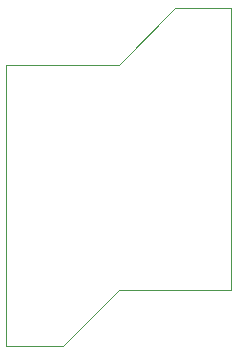
<source format=gbr>
G04 #@! TF.GenerationSoftware,KiCad,Pcbnew,(5.1.5-0-10_14)*
G04 #@! TF.CreationDate,2020-06-21T14:07:40+10:00*
G04 #@! TF.ProjectId,sq_indicator,73715f69-6e64-4696-9361-746f722e6b69,rev?*
G04 #@! TF.SameCoordinates,Original*
G04 #@! TF.FileFunction,Profile,NP*
%FSLAX46Y46*%
G04 Gerber Fmt 4.6, Leading zero omitted, Abs format (unit mm)*
G04 Created by KiCad (PCBNEW (5.1.5-0-10_14)) date 2020-06-21 14:07:40*
%MOMM*%
%LPD*%
G04 APERTURE LIST*
%ADD10C,0.100000*%
G04 APERTURE END LIST*
D10*
X158049533Y-106693539D02*
X158049533Y-82881039D01*
X162812033Y-106693539D02*
X167574533Y-101931039D01*
X158049533Y-82881039D02*
X167574533Y-82881039D01*
X172337033Y-78118539D02*
X167574533Y-82881039D01*
X172337033Y-78118539D02*
X177099533Y-78118539D01*
X177099533Y-78118539D02*
X177099533Y-101931039D01*
X162812033Y-106693539D02*
X158049533Y-106693539D01*
X177099533Y-101931039D02*
X167574533Y-101931039D01*
M02*

</source>
